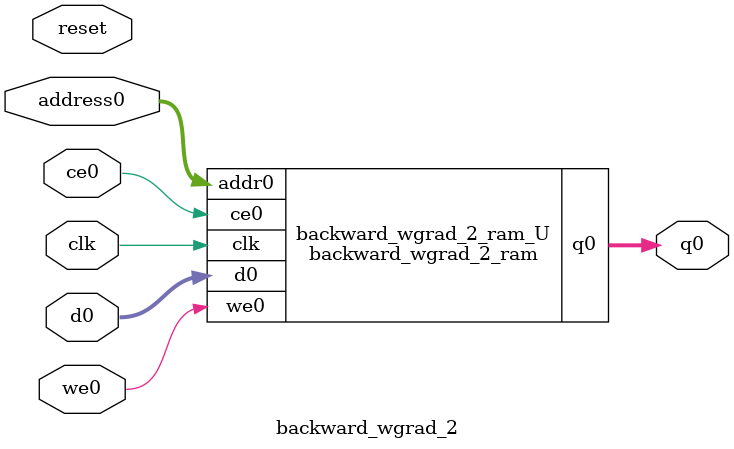
<source format=v>
`timescale 1 ns / 1 ps
module backward_wgrad_2_ram (addr0, ce0, d0, we0, q0,  clk);

parameter DWIDTH = 32;
parameter AWIDTH = 13;
parameter MEM_SIZE = 8100;

input[AWIDTH-1:0] addr0;
input ce0;
input[DWIDTH-1:0] d0;
input we0;
output reg[DWIDTH-1:0] q0;
input clk;

(* ram_style = "block" *)reg [DWIDTH-1:0] ram[0:MEM_SIZE-1];




always @(posedge clk)  
begin 
    if (ce0) 
    begin
        if (we0) 
        begin 
            ram[addr0] <= d0; 
        end 
        q0 <= ram[addr0];
    end
end


endmodule

`timescale 1 ns / 1 ps
module backward_wgrad_2(
    reset,
    clk,
    address0,
    ce0,
    we0,
    d0,
    q0);

parameter DataWidth = 32'd32;
parameter AddressRange = 32'd8100;
parameter AddressWidth = 32'd13;
input reset;
input clk;
input[AddressWidth - 1:0] address0;
input ce0;
input we0;
input[DataWidth - 1:0] d0;
output[DataWidth - 1:0] q0;



backward_wgrad_2_ram backward_wgrad_2_ram_U(
    .clk( clk ),
    .addr0( address0 ),
    .ce0( ce0 ),
    .we0( we0 ),
    .d0( d0 ),
    .q0( q0 ));

endmodule


</source>
